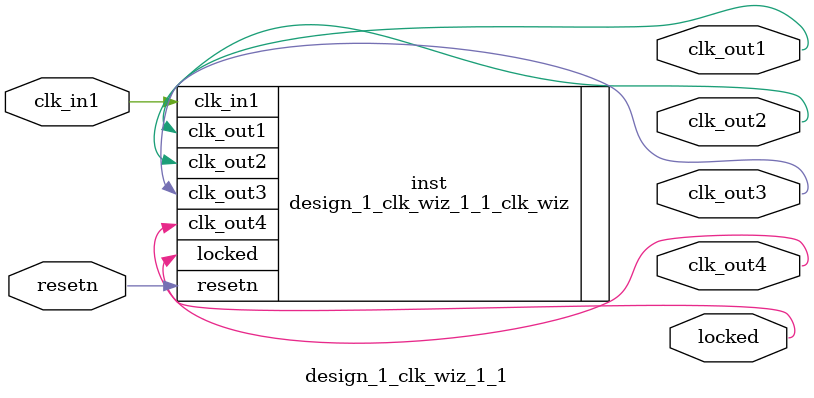
<source format=v>


`timescale 1ps/1ps

(* CORE_GENERATION_INFO = "design_1_clk_wiz_1_1,clk_wiz_v5_3_2_0,{component_name=design_1_clk_wiz_1_1,use_phase_alignment=true,use_min_o_jitter=false,use_max_i_jitter=false,use_dyn_phase_shift=false,use_inclk_switchover=false,use_dyn_reconfig=false,enable_axi=0,feedback_source=FDBK_AUTO,PRIMITIVE=MMCM,num_out_clk=4,clkin1_period=10.0,clkin2_period=10.0,use_power_down=false,use_reset=true,use_locked=true,use_inclk_stopped=false,feedback_type=SINGLE,CLOCK_MGR_TYPE=NA,manual_override=false}" *)

module design_1_clk_wiz_1_1 
 (
  // Clock out ports
  output        clk_out1,
  output        clk_out2,
  output        clk_out3,
  output        clk_out4,
  // Status and control signals
  input         resetn,
  output        locked,
 // Clock in ports
  input         clk_in1
 );

  design_1_clk_wiz_1_1_clk_wiz inst
  (
  // Clock out ports  
  .clk_out1(clk_out1),
  .clk_out2(clk_out2),
  .clk_out3(clk_out3),
  .clk_out4(clk_out4),
  // Status and control signals               
  .resetn(resetn), 
  .locked(locked),
 // Clock in ports
  .clk_in1(clk_in1)
  );

endmodule

</source>
